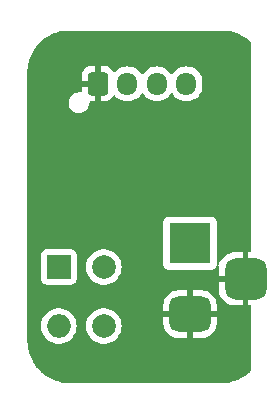
<source format=gbr>
%TF.GenerationSoftware,KiCad,Pcbnew,7.0.9*%
%TF.CreationDate,2024-01-22T18:22:55+13:00*%
%TF.ProjectId,jst_breakout,6a73745f-6272-4656-916b-6f75742e6b69,rev?*%
%TF.SameCoordinates,Original*%
%TF.FileFunction,Copper,L2,Bot*%
%TF.FilePolarity,Positive*%
%FSLAX46Y46*%
G04 Gerber Fmt 4.6, Leading zero omitted, Abs format (unit mm)*
G04 Created by KiCad (PCBNEW 7.0.9) date 2024-01-22 18:22:55*
%MOMM*%
%LPD*%
G01*
G04 APERTURE LIST*
G04 Aperture macros list*
%AMRoundRect*
0 Rectangle with rounded corners*
0 $1 Rounding radius*
0 $2 $3 $4 $5 $6 $7 $8 $9 X,Y pos of 4 corners*
0 Add a 4 corners polygon primitive as box body*
4,1,4,$2,$3,$4,$5,$6,$7,$8,$9,$2,$3,0*
0 Add four circle primitives for the rounded corners*
1,1,$1+$1,$2,$3*
1,1,$1+$1,$4,$5*
1,1,$1+$1,$6,$7*
1,1,$1+$1,$8,$9*
0 Add four rect primitives between the rounded corners*
20,1,$1+$1,$2,$3,$4,$5,0*
20,1,$1+$1,$4,$5,$6,$7,0*
20,1,$1+$1,$6,$7,$8,$9,0*
20,1,$1+$1,$8,$9,$2,$3,0*%
G04 Aperture macros list end*
%TA.AperFunction,ComponentPad*%
%ADD10RoundRect,0.250000X-0.600000X-0.725000X0.600000X-0.725000X0.600000X0.725000X-0.600000X0.725000X0*%
%TD*%
%TA.AperFunction,ComponentPad*%
%ADD11O,1.700000X1.950000*%
%TD*%
%TA.AperFunction,ComponentPad*%
%ADD12R,2.000000X2.000000*%
%TD*%
%TA.AperFunction,ComponentPad*%
%ADD13O,2.000000X2.000000*%
%TD*%
%TA.AperFunction,ComponentPad*%
%ADD14C,2.000000*%
%TD*%
%TA.AperFunction,ComponentPad*%
%ADD15R,3.500000X3.500000*%
%TD*%
%TA.AperFunction,ComponentPad*%
%ADD16RoundRect,0.750000X1.000000X-0.750000X1.000000X0.750000X-1.000000X0.750000X-1.000000X-0.750000X0*%
%TD*%
%TA.AperFunction,ComponentPad*%
%ADD17RoundRect,0.875000X0.875000X-0.875000X0.875000X0.875000X-0.875000X0.875000X-0.875000X-0.875000X0*%
%TD*%
G04 APERTURE END LIST*
D10*
%TO.P,J3,1,Pin_1*%
%TO.N,GND*%
X74000000Y-30500000D03*
D11*
%TO.P,J3,2,Pin_2*%
%TO.N,Net-(J2-Pin_2)*%
X76500000Y-30500000D03*
%TO.P,J3,3,Pin_3*%
%TO.N,Net-(J2-Pin_1)*%
X79000000Y-30500000D03*
%TO.P,J3,4,Pin_4*%
%TO.N,Net-(J3-Pin_4)*%
X81500000Y-30500000D03*
%TD*%
D12*
%TO.P,J2,1,Pin_1*%
%TO.N,Net-(J2-Pin_1)*%
X70690000Y-46000000D03*
D13*
X70690000Y-51003800D03*
D14*
%TO.P,J2,2,Pin_2*%
%TO.N,Net-(J2-Pin_2)*%
X74500000Y-46000000D03*
X74500000Y-51003800D03*
%TD*%
D15*
%TO.P,J1,1*%
%TO.N,Net-(J3-Pin_4)*%
X81800000Y-44000000D03*
D16*
%TO.P,J1,2*%
%TO.N,GND*%
X81800000Y-50000000D03*
D17*
%TO.P,J1,3*%
X86500000Y-47000000D03*
%TD*%
%TA.AperFunction,Conductor*%
%TO.N,GND*%
G36*
X84551766Y-26000575D02*
G01*
X84608876Y-26003379D01*
X84702317Y-26007968D01*
X84896901Y-26018166D01*
X84902714Y-26018748D01*
X85071340Y-26043759D01*
X85247961Y-26071734D01*
X85253278Y-26072819D01*
X85421813Y-26115032D01*
X85574443Y-26155930D01*
X85591737Y-26160564D01*
X85596574Y-26162074D01*
X85761468Y-26221072D01*
X85924753Y-26283752D01*
X85929031Y-26285582D01*
X86088085Y-26360806D01*
X86243566Y-26440028D01*
X86247282Y-26442086D01*
X86398629Y-26532798D01*
X86450018Y-26566169D01*
X86544902Y-26627788D01*
X86548041Y-26629969D01*
X86690067Y-26735301D01*
X86825104Y-26844652D01*
X86825661Y-26845103D01*
X86828265Y-26847334D01*
X86889855Y-26903155D01*
X86958296Y-26965186D01*
X86960501Y-26967285D01*
X86963681Y-26970465D01*
X86997166Y-27031788D01*
X87000000Y-27058146D01*
X87000000Y-44626000D01*
X86980315Y-44693039D01*
X86927511Y-44738794D01*
X86876000Y-44750000D01*
X86750000Y-44750000D01*
X86750000Y-45566313D01*
X86709844Y-45540507D01*
X86571889Y-45500000D01*
X86428111Y-45500000D01*
X86290156Y-45540507D01*
X86250000Y-45566313D01*
X86250000Y-44750000D01*
X86249999Y-44750000D01*
X85531409Y-44750001D01*
X85478809Y-44752794D01*
X85249012Y-44797237D01*
X85030024Y-44879879D01*
X84828158Y-44998339D01*
X84828151Y-44998344D01*
X84649213Y-45149211D01*
X84649211Y-45149213D01*
X84498344Y-45328151D01*
X84498339Y-45328158D01*
X84379879Y-45530024D01*
X84297236Y-45749014D01*
X84296241Y-45754161D01*
X84264179Y-45816240D01*
X84203644Y-45851130D01*
X84133856Y-45847754D01*
X84076972Y-45807184D01*
X84051052Y-45742300D01*
X84050499Y-45730624D01*
X84050499Y-42202128D01*
X84044091Y-42142517D01*
X83993796Y-42007669D01*
X83993795Y-42007668D01*
X83993793Y-42007664D01*
X83907547Y-41892455D01*
X83907544Y-41892452D01*
X83792335Y-41806206D01*
X83792328Y-41806202D01*
X83657482Y-41755908D01*
X83657483Y-41755908D01*
X83597883Y-41749501D01*
X83597881Y-41749500D01*
X83597873Y-41749500D01*
X83597864Y-41749500D01*
X80002129Y-41749500D01*
X80002123Y-41749501D01*
X79942516Y-41755908D01*
X79807671Y-41806202D01*
X79807664Y-41806206D01*
X79692455Y-41892452D01*
X79692452Y-41892455D01*
X79606206Y-42007664D01*
X79606202Y-42007671D01*
X79555908Y-42142517D01*
X79549501Y-42202116D01*
X79549501Y-42202123D01*
X79549500Y-42202135D01*
X79549500Y-45797870D01*
X79549501Y-45797876D01*
X79555908Y-45857483D01*
X79606202Y-45992328D01*
X79606206Y-45992335D01*
X79692452Y-46107544D01*
X79692455Y-46107547D01*
X79807664Y-46193793D01*
X79807671Y-46193797D01*
X79942517Y-46244091D01*
X79942516Y-46244091D01*
X79949444Y-46244835D01*
X80002127Y-46250500D01*
X83597872Y-46250499D01*
X83657483Y-46244091D01*
X83792331Y-46193796D01*
X83907546Y-46107546D01*
X83993796Y-45992331D01*
X84012012Y-45943491D01*
X84053880Y-45887560D01*
X84119344Y-45863141D01*
X84187617Y-45877991D01*
X84237024Y-45927396D01*
X84252018Y-45993401D01*
X84250000Y-46031407D01*
X84250000Y-46750000D01*
X86000000Y-46750000D01*
X86000000Y-47250000D01*
X84250001Y-47250000D01*
X84250001Y-47968591D01*
X84252794Y-48021190D01*
X84297237Y-48250987D01*
X84379879Y-48469975D01*
X84498339Y-48671841D01*
X84498344Y-48671848D01*
X84649211Y-48850786D01*
X84649213Y-48850788D01*
X84828151Y-49001655D01*
X84828158Y-49001660D01*
X85030024Y-49120120D01*
X85249012Y-49202762D01*
X85478808Y-49247205D01*
X85531408Y-49249999D01*
X86249999Y-49249999D01*
X86250000Y-49249998D01*
X86250000Y-48433686D01*
X86290156Y-48459493D01*
X86428111Y-48500000D01*
X86571889Y-48500000D01*
X86709844Y-48459493D01*
X86750000Y-48433686D01*
X86750000Y-49249999D01*
X86876000Y-49249999D01*
X86943039Y-49269684D01*
X86988794Y-49322488D01*
X87000000Y-49373999D01*
X87000000Y-54713959D01*
X86980315Y-54780998D01*
X86963680Y-54801641D01*
X86906338Y-54858983D01*
X86904133Y-54861081D01*
X86766843Y-54985513D01*
X86764224Y-54987758D01*
X86622483Y-55102538D01*
X86472653Y-55213657D01*
X86469487Y-55215856D01*
X86316550Y-55315175D01*
X86156880Y-55410877D01*
X86153152Y-55412940D01*
X85990538Y-55495797D01*
X85822766Y-55575145D01*
X85818476Y-55576980D01*
X85647595Y-55642575D01*
X85473745Y-55704777D01*
X85468903Y-55706289D01*
X85290880Y-55753990D01*
X85113364Y-55798455D01*
X85107996Y-55799550D01*
X84922678Y-55828900D01*
X84745325Y-55855207D01*
X84739470Y-55855793D01*
X84534375Y-55866541D01*
X84376457Y-55874299D01*
X84373414Y-55874374D01*
X71701530Y-55874374D01*
X71698487Y-55874299D01*
X71548194Y-55866916D01*
X71335636Y-55855773D01*
X71329781Y-55855187D01*
X71155426Y-55829324D01*
X70967065Y-55799489D01*
X70961697Y-55798394D01*
X70786238Y-55754444D01*
X70606104Y-55706175D01*
X70601263Y-55704663D01*
X70429103Y-55643063D01*
X70256954Y-55576980D01*
X70256496Y-55576804D01*
X70252205Y-55574969D01*
X70085886Y-55496306D01*
X69921790Y-55412694D01*
X69918062Y-55410630D01*
X69759627Y-55315666D01*
X69605458Y-55215547D01*
X69602292Y-55213348D01*
X69453523Y-55103014D01*
X69332544Y-55005047D01*
X69310688Y-54987349D01*
X69308073Y-54985107D01*
X69171734Y-54861537D01*
X69169530Y-54859438D01*
X69040560Y-54730468D01*
X69038461Y-54728264D01*
X68986741Y-54671200D01*
X68914891Y-54591925D01*
X68912655Y-54589317D01*
X68862095Y-54526880D01*
X68796985Y-54446476D01*
X68686650Y-54297706D01*
X68684451Y-54294540D01*
X68584333Y-54140372D01*
X68535635Y-54059127D01*
X68489357Y-53981917D01*
X68487304Y-53978207D01*
X68403693Y-53814113D01*
X68325020Y-53647774D01*
X68323202Y-53643521D01*
X68256946Y-53470923D01*
X68195325Y-53298704D01*
X68193823Y-53293894D01*
X68145555Y-53113761D01*
X68101599Y-52938280D01*
X68100513Y-52932954D01*
X68070681Y-52744612D01*
X68044808Y-52570194D01*
X68044226Y-52564381D01*
X68033086Y-52351868D01*
X68028784Y-52264274D01*
X68025701Y-52201513D01*
X68025626Y-52198471D01*
X68025626Y-51003805D01*
X69184357Y-51003805D01*
X69204890Y-51251612D01*
X69204892Y-51251624D01*
X69265936Y-51492681D01*
X69365826Y-51720406D01*
X69501833Y-51928582D01*
X69501836Y-51928585D01*
X69670256Y-52111538D01*
X69866491Y-52264274D01*
X70085190Y-52382628D01*
X70320386Y-52463371D01*
X70565665Y-52504300D01*
X70814335Y-52504300D01*
X71059614Y-52463371D01*
X71294810Y-52382628D01*
X71513509Y-52264274D01*
X71709744Y-52111538D01*
X71878164Y-51928585D01*
X72014173Y-51720407D01*
X72114063Y-51492681D01*
X72175108Y-51251621D01*
X72175109Y-51251612D01*
X72195643Y-51003805D01*
X72994357Y-51003805D01*
X73014890Y-51251612D01*
X73014892Y-51251624D01*
X73075936Y-51492681D01*
X73175826Y-51720406D01*
X73311833Y-51928582D01*
X73311836Y-51928585D01*
X73480256Y-52111538D01*
X73676491Y-52264274D01*
X73895190Y-52382628D01*
X74130386Y-52463371D01*
X74375665Y-52504300D01*
X74624335Y-52504300D01*
X74869614Y-52463371D01*
X75104810Y-52382628D01*
X75323509Y-52264274D01*
X75519744Y-52111538D01*
X75688164Y-51928585D01*
X75824173Y-51720407D01*
X75924063Y-51492681D01*
X75985108Y-51251621D01*
X75985109Y-51251612D01*
X76005643Y-51003805D01*
X76005643Y-51003794D01*
X75985109Y-50755987D01*
X75985107Y-50755975D01*
X75924063Y-50514918D01*
X75824173Y-50287193D01*
X75688166Y-50079017D01*
X75666557Y-50055544D01*
X75519744Y-49896062D01*
X75332084Y-49750000D01*
X79550000Y-49750000D01*
X80366314Y-49750000D01*
X80340507Y-49790156D01*
X80300000Y-49928111D01*
X80300000Y-50071889D01*
X80340507Y-50209844D01*
X80366314Y-50250000D01*
X79550001Y-50250000D01*
X79550001Y-50814192D01*
X79560400Y-50946332D01*
X79615377Y-51164519D01*
X79708428Y-51369374D01*
X79708431Y-51369380D01*
X79836559Y-51554323D01*
X79836569Y-51554335D01*
X79995664Y-51713430D01*
X79995676Y-51713440D01*
X80180619Y-51841568D01*
X80180625Y-51841571D01*
X80385480Y-51934622D01*
X80603667Y-51989599D01*
X80735807Y-52000000D01*
X81549999Y-51999999D01*
X81550000Y-51999998D01*
X81550000Y-50500000D01*
X82050000Y-50500000D01*
X82050000Y-51999999D01*
X82864192Y-51999999D01*
X82996332Y-51989599D01*
X83214519Y-51934622D01*
X83419374Y-51841571D01*
X83419380Y-51841568D01*
X83604323Y-51713440D01*
X83604335Y-51713430D01*
X83763430Y-51554335D01*
X83763440Y-51554323D01*
X83891568Y-51369380D01*
X83891571Y-51369374D01*
X83984622Y-51164519D01*
X84039599Y-50946332D01*
X84050000Y-50814194D01*
X84050000Y-50250000D01*
X83233686Y-50250000D01*
X83259493Y-50209844D01*
X83300000Y-50071889D01*
X83300000Y-49928111D01*
X83259493Y-49790156D01*
X83233686Y-49750000D01*
X84049999Y-49750000D01*
X84049999Y-49185808D01*
X84039599Y-49053667D01*
X83984622Y-48835480D01*
X83891571Y-48630625D01*
X83891568Y-48630619D01*
X83763440Y-48445676D01*
X83763430Y-48445664D01*
X83604335Y-48286569D01*
X83604323Y-48286559D01*
X83419380Y-48158431D01*
X83419374Y-48158428D01*
X83214519Y-48065377D01*
X82996332Y-48010400D01*
X82864194Y-48000000D01*
X82050000Y-48000000D01*
X82050000Y-49500000D01*
X81550000Y-49500000D01*
X81550000Y-48000000D01*
X81549999Y-48000000D01*
X80735808Y-48000001D01*
X80603667Y-48010400D01*
X80385480Y-48065377D01*
X80180625Y-48158428D01*
X80180619Y-48158431D01*
X79995676Y-48286559D01*
X79995664Y-48286569D01*
X79836569Y-48445664D01*
X79836559Y-48445676D01*
X79708431Y-48630619D01*
X79708428Y-48630625D01*
X79615377Y-48835480D01*
X79560400Y-49053667D01*
X79550000Y-49185806D01*
X79550000Y-49750000D01*
X75332084Y-49750000D01*
X75323509Y-49743326D01*
X75323507Y-49743325D01*
X75323506Y-49743324D01*
X75104811Y-49624972D01*
X75104802Y-49624969D01*
X74869616Y-49544229D01*
X74624335Y-49503300D01*
X74375665Y-49503300D01*
X74130383Y-49544229D01*
X73895197Y-49624969D01*
X73895188Y-49624972D01*
X73676493Y-49743324D01*
X73480257Y-49896061D01*
X73311833Y-50079017D01*
X73175826Y-50287193D01*
X73075936Y-50514918D01*
X73014892Y-50755975D01*
X73014890Y-50755987D01*
X72994357Y-51003794D01*
X72994357Y-51003805D01*
X72195643Y-51003805D01*
X72195643Y-51003794D01*
X72175109Y-50755987D01*
X72175107Y-50755975D01*
X72114063Y-50514918D01*
X72014173Y-50287193D01*
X71878166Y-50079017D01*
X71856557Y-50055544D01*
X71709744Y-49896062D01*
X71513509Y-49743326D01*
X71513507Y-49743325D01*
X71513506Y-49743324D01*
X71294811Y-49624972D01*
X71294802Y-49624969D01*
X71059616Y-49544229D01*
X70814335Y-49503300D01*
X70565665Y-49503300D01*
X70320383Y-49544229D01*
X70085197Y-49624969D01*
X70085188Y-49624972D01*
X69866493Y-49743324D01*
X69670257Y-49896061D01*
X69501833Y-50079017D01*
X69365826Y-50287193D01*
X69265936Y-50514918D01*
X69204892Y-50755975D01*
X69204890Y-50755987D01*
X69184357Y-51003794D01*
X69184357Y-51003805D01*
X68025626Y-51003805D01*
X68025626Y-47047870D01*
X69189500Y-47047870D01*
X69189501Y-47047876D01*
X69195908Y-47107483D01*
X69246202Y-47242328D01*
X69246206Y-47242335D01*
X69332452Y-47357544D01*
X69332455Y-47357547D01*
X69447664Y-47443793D01*
X69447671Y-47443797D01*
X69582517Y-47494091D01*
X69582516Y-47494091D01*
X69589444Y-47494835D01*
X69642127Y-47500500D01*
X71737872Y-47500499D01*
X71797483Y-47494091D01*
X71932331Y-47443796D01*
X72047546Y-47357546D01*
X72133796Y-47242331D01*
X72184091Y-47107483D01*
X72190500Y-47047873D01*
X72190500Y-46000005D01*
X72994357Y-46000005D01*
X73014890Y-46247812D01*
X73014892Y-46247824D01*
X73075936Y-46488881D01*
X73175826Y-46716606D01*
X73311833Y-46924782D01*
X73311836Y-46924785D01*
X73480256Y-47107738D01*
X73676491Y-47260474D01*
X73895190Y-47378828D01*
X74130386Y-47459571D01*
X74375665Y-47500500D01*
X74624335Y-47500500D01*
X74869614Y-47459571D01*
X75104810Y-47378828D01*
X75323509Y-47260474D01*
X75519744Y-47107738D01*
X75688164Y-46924785D01*
X75824173Y-46716607D01*
X75924063Y-46488881D01*
X75985108Y-46247821D01*
X75989585Y-46193793D01*
X76005643Y-46000005D01*
X76005643Y-45999994D01*
X75985109Y-45752187D01*
X75985107Y-45752175D01*
X75924063Y-45511118D01*
X75824173Y-45283393D01*
X75688166Y-45075217D01*
X75617399Y-44998344D01*
X75519744Y-44892262D01*
X75323509Y-44739526D01*
X75323507Y-44739525D01*
X75323506Y-44739524D01*
X75104811Y-44621172D01*
X75104802Y-44621169D01*
X74869616Y-44540429D01*
X74624335Y-44499500D01*
X74375665Y-44499500D01*
X74130383Y-44540429D01*
X73895197Y-44621169D01*
X73895188Y-44621172D01*
X73676493Y-44739524D01*
X73480257Y-44892261D01*
X73311833Y-45075217D01*
X73175826Y-45283393D01*
X73075936Y-45511118D01*
X73014892Y-45752175D01*
X73014890Y-45752187D01*
X72994357Y-45999994D01*
X72994357Y-46000005D01*
X72190500Y-46000005D01*
X72190499Y-44952128D01*
X72184091Y-44892517D01*
X72179377Y-44879879D01*
X72133797Y-44757671D01*
X72133793Y-44757664D01*
X72047547Y-44642455D01*
X72047544Y-44642452D01*
X71932335Y-44556206D01*
X71932328Y-44556202D01*
X71797482Y-44505908D01*
X71797483Y-44505908D01*
X71737883Y-44499501D01*
X71737881Y-44499500D01*
X71737873Y-44499500D01*
X71737864Y-44499500D01*
X69642129Y-44499500D01*
X69642123Y-44499501D01*
X69582516Y-44505908D01*
X69447671Y-44556202D01*
X69447664Y-44556206D01*
X69332455Y-44642452D01*
X69332452Y-44642455D01*
X69246206Y-44757664D01*
X69246202Y-44757671D01*
X69195908Y-44892517D01*
X69189501Y-44952116D01*
X69189501Y-44952123D01*
X69189500Y-44952135D01*
X69189500Y-47047870D01*
X68025626Y-47047870D01*
X68025626Y-32052324D01*
X71520630Y-32052324D01*
X71530939Y-32242476D01*
X71581887Y-32425969D01*
X71581888Y-32425972D01*
X71671087Y-32594217D01*
X71671088Y-32594220D01*
X71794368Y-32739356D01*
X71794369Y-32739357D01*
X71945971Y-32854602D01*
X71945972Y-32854602D01*
X71945973Y-32854603D01*
X71945974Y-32854604D01*
X72051758Y-32903543D01*
X72118803Y-32934562D01*
X72118804Y-32934562D01*
X72118806Y-32934563D01*
X72175227Y-32946982D01*
X72304784Y-32975500D01*
X72304785Y-32975500D01*
X72447459Y-32975500D01*
X72447465Y-32975500D01*
X72589316Y-32960073D01*
X72769780Y-32899267D01*
X72932954Y-32801089D01*
X73071207Y-32670129D01*
X73178075Y-32512510D01*
X73178077Y-32512506D01*
X73248561Y-32335606D01*
X73248562Y-32335602D01*
X73279370Y-32147678D01*
X73277094Y-32105710D01*
X73293119Y-32037707D01*
X73343368Y-31989160D01*
X73400912Y-31974999D01*
X73749999Y-31974999D01*
X73750000Y-31974998D01*
X73750000Y-30908018D01*
X73864801Y-30960446D01*
X73966025Y-30975000D01*
X74033975Y-30975000D01*
X74135199Y-30960446D01*
X74250000Y-30908018D01*
X74250000Y-31974999D01*
X74649972Y-31974999D01*
X74649986Y-31974998D01*
X74752697Y-31964505D01*
X74919119Y-31909358D01*
X74919124Y-31909356D01*
X75068345Y-31817315D01*
X75192315Y-31693345D01*
X75287815Y-31538516D01*
X75339763Y-31491792D01*
X75408726Y-31480569D01*
X75472808Y-31508413D01*
X75481035Y-31515931D01*
X75628599Y-31663495D01*
X75628602Y-31663497D01*
X75628603Y-31663498D01*
X75822165Y-31799032D01*
X75822167Y-31799033D01*
X75822170Y-31799035D01*
X76036337Y-31898903D01*
X76036343Y-31898904D01*
X76036344Y-31898905D01*
X76075356Y-31909358D01*
X76264592Y-31960063D01*
X76452918Y-31976539D01*
X76499999Y-31980659D01*
X76500000Y-31980659D01*
X76500001Y-31980659D01*
X76539234Y-31977226D01*
X76735408Y-31960063D01*
X76963663Y-31898903D01*
X77177829Y-31799035D01*
X77371401Y-31663495D01*
X77538495Y-31496401D01*
X77648426Y-31339401D01*
X77703001Y-31295778D01*
X77772500Y-31288584D01*
X77834855Y-31320106D01*
X77851571Y-31339398D01*
X77893241Y-31398909D01*
X77961506Y-31496403D01*
X78070888Y-31605784D01*
X78128599Y-31663495D01*
X78225384Y-31731265D01*
X78322165Y-31799032D01*
X78322167Y-31799033D01*
X78322170Y-31799035D01*
X78536337Y-31898903D01*
X78536343Y-31898904D01*
X78536344Y-31898905D01*
X78575356Y-31909358D01*
X78764592Y-31960063D01*
X78952918Y-31976539D01*
X78999999Y-31980659D01*
X79000000Y-31980659D01*
X79000001Y-31980659D01*
X79039234Y-31977226D01*
X79235408Y-31960063D01*
X79463663Y-31898903D01*
X79677829Y-31799035D01*
X79871401Y-31663495D01*
X80038495Y-31496401D01*
X80148426Y-31339401D01*
X80203001Y-31295778D01*
X80272500Y-31288584D01*
X80334855Y-31320106D01*
X80351571Y-31339398D01*
X80393241Y-31398909D01*
X80461506Y-31496403D01*
X80570888Y-31605784D01*
X80628599Y-31663495D01*
X80725384Y-31731265D01*
X80822165Y-31799032D01*
X80822167Y-31799033D01*
X80822170Y-31799035D01*
X81036337Y-31898903D01*
X81036343Y-31898904D01*
X81036344Y-31898905D01*
X81075356Y-31909358D01*
X81264592Y-31960063D01*
X81452918Y-31976539D01*
X81499999Y-31980659D01*
X81500000Y-31980659D01*
X81500001Y-31980659D01*
X81539234Y-31977226D01*
X81735408Y-31960063D01*
X81963663Y-31898903D01*
X82177829Y-31799035D01*
X82371401Y-31663495D01*
X82538495Y-31496401D01*
X82674035Y-31302829D01*
X82773903Y-31088663D01*
X82835063Y-30860408D01*
X82850500Y-30683966D01*
X82850500Y-30316034D01*
X82835063Y-30139592D01*
X82773903Y-29911337D01*
X82674035Y-29697171D01*
X82661936Y-29679891D01*
X82538494Y-29503597D01*
X82371402Y-29336506D01*
X82371395Y-29336501D01*
X82177834Y-29200967D01*
X82177830Y-29200965D01*
X82138626Y-29182684D01*
X81963663Y-29101097D01*
X81963659Y-29101096D01*
X81963655Y-29101094D01*
X81735413Y-29039938D01*
X81735403Y-29039936D01*
X81500001Y-29019341D01*
X81499999Y-29019341D01*
X81264596Y-29039936D01*
X81264586Y-29039938D01*
X81036344Y-29101094D01*
X81036335Y-29101098D01*
X80822171Y-29200964D01*
X80822169Y-29200965D01*
X80628597Y-29336505D01*
X80461505Y-29503597D01*
X80351575Y-29660595D01*
X80296998Y-29704220D01*
X80227500Y-29711414D01*
X80165145Y-29679891D01*
X80148425Y-29660595D01*
X80038494Y-29503597D01*
X79871402Y-29336506D01*
X79871395Y-29336501D01*
X79677834Y-29200967D01*
X79677830Y-29200965D01*
X79638626Y-29182684D01*
X79463663Y-29101097D01*
X79463659Y-29101096D01*
X79463655Y-29101094D01*
X79235413Y-29039938D01*
X79235403Y-29039936D01*
X79000001Y-29019341D01*
X78999999Y-29019341D01*
X78764596Y-29039936D01*
X78764586Y-29039938D01*
X78536344Y-29101094D01*
X78536335Y-29101098D01*
X78322171Y-29200964D01*
X78322169Y-29200965D01*
X78128597Y-29336505D01*
X77961505Y-29503597D01*
X77851575Y-29660595D01*
X77796998Y-29704220D01*
X77727500Y-29711414D01*
X77665145Y-29679891D01*
X77648425Y-29660595D01*
X77538494Y-29503597D01*
X77371402Y-29336506D01*
X77371395Y-29336501D01*
X77177834Y-29200967D01*
X77177830Y-29200965D01*
X77138626Y-29182684D01*
X76963663Y-29101097D01*
X76963659Y-29101096D01*
X76963655Y-29101094D01*
X76735413Y-29039938D01*
X76735403Y-29039936D01*
X76500001Y-29019341D01*
X76499999Y-29019341D01*
X76264596Y-29039936D01*
X76264586Y-29039938D01*
X76036344Y-29101094D01*
X76036335Y-29101098D01*
X75822171Y-29200964D01*
X75822169Y-29200965D01*
X75628597Y-29336505D01*
X75481035Y-29484068D01*
X75419712Y-29517553D01*
X75350020Y-29512569D01*
X75294087Y-29470697D01*
X75287815Y-29461484D01*
X75192315Y-29306654D01*
X75068345Y-29182684D01*
X74919124Y-29090643D01*
X74919119Y-29090641D01*
X74752697Y-29035494D01*
X74752690Y-29035493D01*
X74649986Y-29025000D01*
X74250000Y-29025000D01*
X74250000Y-30091981D01*
X74135199Y-30039554D01*
X74033975Y-30025000D01*
X73966025Y-30025000D01*
X73864801Y-30039554D01*
X73750000Y-30091981D01*
X73750000Y-29025000D01*
X73350028Y-29025000D01*
X73350012Y-29025001D01*
X73247302Y-29035494D01*
X73080880Y-29090641D01*
X73080875Y-29090643D01*
X72931654Y-29182684D01*
X72807684Y-29306654D01*
X72715643Y-29455875D01*
X72715641Y-29455880D01*
X72660494Y-29622302D01*
X72660493Y-29622309D01*
X72650000Y-29725013D01*
X72650000Y-30250000D01*
X73596031Y-30250000D01*
X73563481Y-30300649D01*
X73525000Y-30431705D01*
X73525000Y-30568295D01*
X73563481Y-30699351D01*
X73596031Y-30750000D01*
X72650000Y-30750000D01*
X72650000Y-31104307D01*
X72630315Y-31171347D01*
X72577511Y-31217101D01*
X72508353Y-31227045D01*
X72499351Y-31225410D01*
X72495216Y-31224500D01*
X72352535Y-31224500D01*
X72352533Y-31224500D01*
X72210683Y-31239927D01*
X72030217Y-31300734D01*
X71867048Y-31398909D01*
X71728791Y-31529872D01*
X71621922Y-31687493D01*
X71551438Y-31864393D01*
X71520630Y-32052324D01*
X68025626Y-32052324D01*
X68025626Y-29501528D01*
X68025701Y-29498486D01*
X68033115Y-29347556D01*
X68033694Y-29336501D01*
X68043290Y-29153392D01*
X68043870Y-29147593D01*
X68068986Y-28978277D01*
X68096843Y-28802397D01*
X68097932Y-28797065D01*
X68140353Y-28627714D01*
X68185644Y-28458683D01*
X68187134Y-28453909D01*
X68246485Y-28288036D01*
X68308786Y-28125737D01*
X68310600Y-28121496D01*
X68386292Y-27961459D01*
X68464994Y-27806998D01*
X68467017Y-27803345D01*
X68558365Y-27650942D01*
X68652650Y-27505756D01*
X68654775Y-27502695D01*
X68760934Y-27359557D01*
X68869825Y-27225089D01*
X68872047Y-27222498D01*
X68990914Y-27091349D01*
X68992944Y-27089217D01*
X69114333Y-26967828D01*
X69116447Y-26965815D01*
X69247683Y-26846871D01*
X69250233Y-26844684D01*
X69384585Y-26735887D01*
X69527887Y-26629608D01*
X69530977Y-26627462D01*
X69675847Y-26533382D01*
X69828613Y-26441818D01*
X69832254Y-26439802D01*
X69986195Y-26361364D01*
X70146796Y-26285406D01*
X70151033Y-26283595D01*
X70312531Y-26221601D01*
X70479212Y-26161963D01*
X70484007Y-26160465D01*
X70651702Y-26115531D01*
X70822460Y-26072759D01*
X70827735Y-26071683D01*
X71001124Y-26044221D01*
X71172970Y-26018731D01*
X71178766Y-26018151D01*
X71364799Y-26008401D01*
X71492140Y-26002146D01*
X71524136Y-26000575D01*
X71527178Y-26000500D01*
X84548724Y-26000500D01*
X84551766Y-26000575D01*
G37*
%TD.AperFunction*%
%TD*%
M02*

</source>
